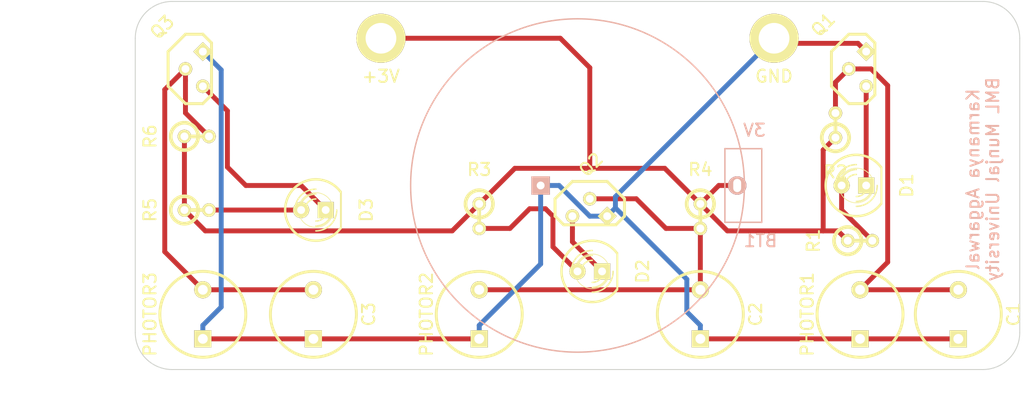
<source format=kicad_pcb>
(kicad_pcb (version 20171130) (host pcbnew "(5.1.12)-1")

  (general
    (thickness 1.6)
    (drawings 13)
    (tracks 93)
    (zones 0)
    (modules 21)
    (nets 12)
  )

  (page A3)
  (layers
    (0 F.Cu signal)
    (31 B.Cu signal)
    (32 B.Adhes user)
    (33 F.Adhes user)
    (34 B.Paste user)
    (35 F.Paste user)
    (36 B.SilkS user)
    (37 F.SilkS user)
    (38 B.Mask user)
    (39 F.Mask user)
    (40 Dwgs.User user)
    (41 Cmts.User user)
    (42 Eco1.User user)
    (43 Eco2.User user)
    (44 Edge.Cuts user)
  )

  (setup
    (last_trace_width 0.254)
    (trace_clearance 0.254)
    (zone_clearance 0.635)
    (zone_45_only yes)
    (trace_min 0.254)
    (via_size 0.889)
    (via_drill 0.635)
    (via_min_size 0.889)
    (via_min_drill 0.508)
    (uvia_size 0.508)
    (uvia_drill 0.127)
    (uvias_allowed no)
    (uvia_min_size 0.508)
    (uvia_min_drill 0.127)
    (edge_width 0.1)
    (segment_width 0.2)
    (pcb_text_width 0.3)
    (pcb_text_size 1.5 1.5)
    (mod_edge_width 0.15)
    (mod_text_size 1.27 1.27)
    (mod_text_width 0.2032)
    (pad_size 5.08 5.08)
    (pad_drill 3.175)
    (pad_to_mask_clearance 0)
    (aux_axis_origin 0 0)
    (visible_elements 7FFFFFFF)
    (pcbplotparams
      (layerselection 0x010f0_80000001)
      (usegerberextensions true)
      (usegerberattributes true)
      (usegerberadvancedattributes true)
      (creategerberjobfile true)
      (excludeedgelayer false)
      (linewidth 0.150000)
      (plotframeref false)
      (viasonmask false)
      (mode 1)
      (useauxorigin false)
      (hpglpennumber 1)
      (hpglpenspeed 20)
      (hpglpendiameter 15.000000)
      (psnegative false)
      (psa4output false)
      (plotreference true)
      (plotvalue true)
      (plotinvisibletext false)
      (padsonsilk false)
      (subtractmaskfromsilk true)
      (outputformat 1)
      (mirror false)
      (drillshape 0)
      (scaleselection 1)
      (outputdirectory "gerber/"))
  )

  (net 0 "")
  (net 1 3V)
  (net 2 GND)
  (net 3 "Net-(C1-Pad1)")
  (net 4 "Net-(C2-Pad1)")
  (net 5 "Net-(C3-Pad1)")
  (net 6 "Net-(D1-Pad1)")
  (net 7 "Net-(D1-Pad2)")
  (net 8 "Net-(D2-Pad1)")
  (net 9 "Net-(D2-Pad2)")
  (net 10 "Net-(D3-Pad1)")
  (net 11 "Net-(D3-Pad2)")

  (net_class Default "This is the default net class."
    (clearance 0.254)
    (trace_width 0.254)
    (via_dia 0.889)
    (via_drill 0.635)
    (uvia_dia 0.508)
    (uvia_drill 0.127)
    (add_net "Net-(C1-Pad1)")
    (add_net "Net-(C2-Pad1)")
    (add_net "Net-(C3-Pad1)")
    (add_net "Net-(D1-Pad1)")
    (add_net "Net-(D1-Pad2)")
    (add_net "Net-(D2-Pad1)")
    (add_net "Net-(D2-Pad2)")
    (add_net "Net-(D3-Pad1)")
    (add_net "Net-(D3-Pad2)")
  )

  (net_class 0.02 ""
    (clearance 0.254)
    (trace_width 0.508)
    (via_dia 0.889)
    (via_drill 0.635)
    (uvia_dia 0.508)
    (uvia_drill 0.127)
    (add_net 3V)
    (add_net GND)
  )

  (module BML-Badges:BS-7-CR2032-2 (layer B.Cu) (tedit 55D6D3B3) (tstamp 55D60107)
    (at 217.17 185.42)
    (path /55D5B338)
    (fp_text reference BT1 (at 18.923 5.715) (layer B.SilkS)
      (effects (font (size 1.27 1.27) (thickness 0.2032)) (justify mirror))
    )
    (fp_text value 3V (at 18.288 -5.715) (layer B.SilkS)
      (effects (font (size 1.27 1.27) (thickness 0.2032)) (justify mirror))
    )
    (fp_circle (center 0 0) (end 12.2 -12.2) (layer B.SilkS) (width 0.15))
    (fp_line (start 15.24 3.81) (end 16.51 3.81) (layer B.SilkS) (width 0.15))
    (fp_line (start 15.24 -3.81) (end 15.24 3.81) (layer B.SilkS) (width 0.15))
    (fp_line (start 19.05 -3.81) (end 15.24 -3.81) (layer B.SilkS) (width 0.15))
    (fp_line (start 19.05 3.81) (end 19.05 -3.81) (layer B.SilkS) (width 0.15))
    (fp_line (start 16.51 3.81) (end 19.05 3.81) (layer B.SilkS) (width 0.15))
    (pad 2 thru_hole rect (at -3.81 0) (size 1.905 1.905) (drill 0.8128) (layers *.Cu *.Mask B.SilkS)
      (net 2 GND))
    (pad 1 thru_hole circle (at 16.51 0) (size 1.905 1.905) (drill oval 0.8128 1.3716) (layers *.Cu *.Mask B.SilkS)
      (net 1 3V))
    (model /home/anool/Desktop/BML-Badges-master/BML-Badges/3d_models/CR2032.wrl
      (at (xyz 0 0 0))
      (scale (xyz 0.6 0.6 0.6))
      (rotate (xyz 0 0 0))
    )
  )

  (module BML-Badges:LDR (layer F.Cu) (tedit 55D6E1F1) (tstamp 55D600DF)
    (at 207.01 198.755 270)
    (descr "Condensateur polarise")
    (tags CP)
    (path /55D5B7E8)
    (fp_text reference PHOTOR2 (at 0 5.461 270) (layer F.SilkS)
      (effects (font (size 1.27 1.27) (thickness 0.2032)))
    )
    (fp_text value PHOTOR (at 0 -2.54 270) (layer F.SilkS) hide
      (effects (font (size 1.27 1.27) (thickness 0.2032)))
    )
    (fp_circle (center 0 0) (end -4.445 0) (layer F.SilkS) (width 0.3048))
    (pad 1 thru_hole circle (at -2.54 0 270) (size 1.778 1.778) (drill 1.016) (layers *.Cu *.Mask F.SilkS)
      (net 4 "Net-(C2-Pad1)"))
    (pad 2 thru_hole rect (at 2.54 0 270) (size 1.778 1.778) (drill 1.016) (layers *.Cu *.Mask F.SilkS)
      (net 2 GND))
    (model /home/anool/Desktop/BML-Badges-master/BML-Badges/3d_models/LDR.wrl
      (offset (xyz 10.15999984741211 -6.349999904632568 2.539999961853027))
      (scale (xyz 0.7 0.7 0.3))
      (rotate (xyz 0 0 0))
    )
  )

  (module BML-Badges:LDR (layer F.Cu) (tedit 55D6E1F1) (tstamp 55D600E6)
    (at 178.435 198.755 270)
    (descr "Condensateur polarise")
    (tags CP)
    (path /55D5B709)
    (fp_text reference PHOTOR3 (at 0 5.461 270) (layer F.SilkS)
      (effects (font (size 1.27 1.27) (thickness 0.2032)))
    )
    (fp_text value PHOTOR (at 0 -2.54 270) (layer F.SilkS) hide
      (effects (font (size 1.27 1.27) (thickness 0.2032)))
    )
    (fp_circle (center 0 0) (end -4.445 0) (layer F.SilkS) (width 0.3048))
    (pad 1 thru_hole circle (at -2.54 0 270) (size 1.778 1.778) (drill 1.016) (layers *.Cu *.Mask F.SilkS)
      (net 5 "Net-(C3-Pad1)"))
    (pad 2 thru_hole rect (at 2.54 0 270) (size 1.778 1.778) (drill 1.016) (layers *.Cu *.Mask F.SilkS)
      (net 2 GND))
    (model /home/anool/Desktop/BML-Badges-master/BML-Badges/3d_models/LDR.wrl
      (offset (xyz 10.15999984741211 -6.349999904632568 2.539999961853027))
      (scale (xyz 0.7 0.7 0.3))
      (rotate (xyz 0 0 0))
    )
  )

  (module BML-Badges:LDR (layer F.Cu) (tedit 55D6E1F1) (tstamp 55D600F4)
    (at 246.38 198.755 270)
    (descr "Condensateur polarise")
    (tags CP)
    (path /55D5B819)
    (fp_text reference PHOTOR1 (at 0 5.461 270) (layer F.SilkS)
      (effects (font (size 1.27 1.27) (thickness 0.2032)))
    )
    (fp_text value PHOTOR (at 0 -2.54 270) (layer F.SilkS) hide
      (effects (font (size 1.27 1.27) (thickness 0.2032)))
    )
    (fp_circle (center 0 0) (end -4.445 0) (layer F.SilkS) (width 0.3048))
    (pad 1 thru_hole circle (at -2.54 0 270) (size 1.778 1.778) (drill 1.016) (layers *.Cu *.Mask F.SilkS)
      (net 3 "Net-(C1-Pad1)"))
    (pad 2 thru_hole rect (at 2.54 0 270) (size 1.778 1.778) (drill 1.016) (layers *.Cu *.Mask F.SilkS)
      (net 2 GND))
    (model /home/anool/Desktop/BML-Badges-master/BML-Badges/3d_models/LDR.wrl
      (offset (xyz 10.15999984741211 -6.349999904632568 2.539999961853027))
      (scale (xyz 0.7 0.7 0.3))
      (rotate (xyz 0 0 0))
    )
  )

  (module BML-Badges:1pin (layer F.Cu) (tedit 55D6CEB3) (tstamp 55D779BD)
    (at 196.85 170.18)
    (descr "module 1 pin (ou trou mecanique de percage)")
    (tags DEV)
    (path /55D6EE92)
    (fp_text reference P1 (at 0 -3.048) (layer F.SilkS) hide
      (effects (font (size 1.27 1.27) (thickness 0.2032)))
    )
    (fp_text value +3V (at 0 2.794) (layer F.SilkS) hide
      (effects (font (size 1.27 1.27) (thickness 0.2032)))
    )
    (fp_circle (center 0 0) (end 0 -2.286) (layer F.SilkS) (width 0.15))
    (pad 1 thru_hole circle (at 0 0) (size 5.08 5.08) (drill 3.175) (layers *.Cu *.Mask F.SilkS)
      (net 1 3V))
  )

  (module BML-Badges:1pin (layer F.Cu) (tedit 55D6CEB3) (tstamp 55D779C3)
    (at 237.49 170.18)
    (descr "module 1 pin (ou trou mecanique de percage)")
    (tags DEV)
    (path /55D6F15A)
    (fp_text reference P2 (at 0 -3.048) (layer F.SilkS) hide
      (effects (font (size 1.27 1.27) (thickness 0.2032)))
    )
    (fp_text value GND (at 0 2.794) (layer F.SilkS) hide
      (effects (font (size 1.27 1.27) (thickness 0.2032)))
    )
    (fp_circle (center 0 0) (end 0 -2.286) (layer F.SilkS) (width 0.15))
    (pad 1 thru_hole circle (at 0 0) (size 5.08 5.08) (drill 3.175) (layers *.Cu *.Mask F.SilkS)
      (net 2 GND))
  )

  (module BML-Badges:C2V8 (layer F.Cu) (tedit 55D6E1E6) (tstamp 55D600D8)
    (at 229.87 198.755 270)
    (descr "Condensateur polarise")
    (tags CP)
    (path /55D5B7DD)
    (fp_text reference C2 (at 0 -5.715 270) (layer F.SilkS)
      (effects (font (size 1.27 1.27) (thickness 0.2032)))
    )
    (fp_text value 22uF (at 0 -2.54 270) (layer F.SilkS) hide
      (effects (font (size 1.27 1.27) (thickness 0.2032)))
    )
    (fp_circle (center 0 0) (end -4.445 0) (layer F.SilkS) (width 0.3048))
    (pad 1 thru_hole circle (at -2.54 0 270) (size 1.778 1.778) (drill 1.016) (layers *.Cu *.Mask F.SilkS)
      (net 4 "Net-(C2-Pad1)"))
    (pad 2 thru_hole rect (at 2.54 0 270) (size 1.778 1.778) (drill 1.016) (layers *.Cu *.Mask F.SilkS)
      (net 2 GND))
    (model Capacitors_ThroughHole.3dshapes/C_Radial_D7.5_L11.2_P2.5.wrl
      (at (xyz 0 0 0))
      (scale (xyz 1 1 1))
      (rotate (xyz 0 0 0))
    )
  )

  (module BML-Badges:C2V8 (layer F.Cu) (tedit 55D6E1E6) (tstamp 55D600ED)
    (at 256.54 198.755 270)
    (descr "Condensateur polarise")
    (tags CP)
    (path /55D5B80E)
    (fp_text reference C1 (at 0 -5.715 270) (layer F.SilkS)
      (effects (font (size 1.27 1.27) (thickness 0.2032)))
    )
    (fp_text value 22uF (at 0 -2.54 270) (layer F.SilkS) hide
      (effects (font (size 1.27 1.27) (thickness 0.2032)))
    )
    (fp_circle (center 0 0) (end -4.445 0) (layer F.SilkS) (width 0.3048))
    (pad 1 thru_hole circle (at -2.54 0 270) (size 1.778 1.778) (drill 1.016) (layers *.Cu *.Mask F.SilkS)
      (net 3 "Net-(C1-Pad1)"))
    (pad 2 thru_hole rect (at 2.54 0 270) (size 1.778 1.778) (drill 1.016) (layers *.Cu *.Mask F.SilkS)
      (net 2 GND))
    (model Capacitors_ThroughHole.3dshapes/C_Radial_D7.5_L11.2_P2.5.wrl
      (at (xyz 0 0 0))
      (scale (xyz 1 1 1))
      (rotate (xyz 0 0 0))
    )
  )

  (module BML-Badges:C2V8 (layer F.Cu) (tedit 55D6E1E6) (tstamp 55D600FB)
    (at 189.865 198.755 270)
    (descr "Condensateur polarise")
    (tags CP)
    (path /55D5B141)
    (fp_text reference C3 (at 0 -5.715 270) (layer F.SilkS)
      (effects (font (size 1.27 1.27) (thickness 0.2032)))
    )
    (fp_text value 22uF (at 0 -2.54 270) (layer F.SilkS) hide
      (effects (font (size 1.27 1.27) (thickness 0.2032)))
    )
    (fp_circle (center 0 0) (end -4.445 0) (layer F.SilkS) (width 0.3048))
    (pad 1 thru_hole circle (at -2.54 0 270) (size 1.778 1.778) (drill 1.016) (layers *.Cu *.Mask F.SilkS)
      (net 5 "Net-(C3-Pad1)"))
    (pad 2 thru_hole rect (at 2.54 0 270) (size 1.778 1.778) (drill 1.016) (layers *.Cu *.Mask F.SilkS)
      (net 2 GND))
    (model Capacitors_ThroughHole.3dshapes/C_Radial_D7.5_L11.2_P2.5.wrl
      (at (xyz 0 0 0))
      (scale (xyz 1 1 1))
      (rotate (xyz 0 0 0))
    )
  )

  (module BML-Badges:LED-5MM (layer F.Cu) (tedit 55D6D34D) (tstamp 55D600B3)
    (at 218.44 194.31)
    (descr "LED 5mm - Lead pitch 100mil (2,54mm)")
    (tags "LED led 5mm 5MM 100mil 2,54mm")
    (path /55D5B7CB)
    (fp_text reference D2 (at 5.461 0 90) (layer F.SilkS)
      (effects (font (size 1.27 1.27) (thickness 0.2032)))
    )
    (fp_text value LED (at 0 3.81) (layer F.SilkS) hide
      (effects (font (size 1.27 1.27) (thickness 0.2032)))
    )
    (fp_circle (center 0.254 0) (end -1.016 1.27) (layer F.SilkS) (width 0.0762))
    (fp_line (start 2.8448 1.905) (end 2.8448 -1.905) (layer F.SilkS) (width 0.2032))
    (fp_arc (start 0.254 0) (end 2.794 1.905) (angle 286.2) (layer F.SilkS) (width 0.254))
    (fp_arc (start 0.254 0) (end -0.889 0) (angle 90) (layer F.SilkS) (width 0.1524))
    (fp_arc (start 0.254 0) (end 1.397 0) (angle 90) (layer F.SilkS) (width 0.1524))
    (fp_arc (start 0.254 0) (end -1.397 0) (angle 90) (layer F.SilkS) (width 0.1524))
    (fp_arc (start 0.254 0) (end 1.905 0) (angle 90) (layer F.SilkS) (width 0.1524))
    (fp_arc (start 0.254 0) (end -1.905 0) (angle 90) (layer F.SilkS) (width 0.1524))
    (fp_arc (start 0.254 0) (end 2.413 0) (angle 90) (layer F.SilkS) (width 0.1524))
    (pad 1 thru_hole circle (at -1.27 0) (size 1.6764 1.6764) (drill 0.8128) (layers *.Cu *.Mask F.SilkS)
      (net 8 "Net-(D2-Pad1)"))
    (pad 2 thru_hole rect (at 1.27 0) (size 1.6764 1.6764) (drill 0.8128) (layers *.Cu *.Mask F.SilkS)
      (net 9 "Net-(D2-Pad2)"))
    (model /home/anool/projects-git/MAPone/kicad/MAPone_3D/led_5mm_blue.wrl
      (offset (xyz 0 0 2.539999961853027))
      (scale (xyz 1 1 1))
      (rotate (xyz 0 0 270))
    )
  )

  (module BML-Badges:LED-5MM (layer F.Cu) (tedit 55D6D34D) (tstamp 55D600C2)
    (at 245.745 185.42)
    (descr "LED 5mm - Lead pitch 100mil (2,54mm)")
    (tags "LED led 5mm 5MM 100mil 2,54mm")
    (path /55D5B7FC)
    (fp_text reference D1 (at 5.461 0 90) (layer F.SilkS)
      (effects (font (size 1.27 1.27) (thickness 0.2032)))
    )
    (fp_text value LED (at 0 3.81) (layer F.SilkS) hide
      (effects (font (size 1.27 1.27) (thickness 0.2032)))
    )
    (fp_circle (center 0.254 0) (end -1.016 1.27) (layer F.SilkS) (width 0.0762))
    (fp_line (start 2.8448 1.905) (end 2.8448 -1.905) (layer F.SilkS) (width 0.2032))
    (fp_arc (start 0.254 0) (end 2.794 1.905) (angle 286.2) (layer F.SilkS) (width 0.254))
    (fp_arc (start 0.254 0) (end -0.889 0) (angle 90) (layer F.SilkS) (width 0.1524))
    (fp_arc (start 0.254 0) (end 1.397 0) (angle 90) (layer F.SilkS) (width 0.1524))
    (fp_arc (start 0.254 0) (end -1.397 0) (angle 90) (layer F.SilkS) (width 0.1524))
    (fp_arc (start 0.254 0) (end 1.905 0) (angle 90) (layer F.SilkS) (width 0.1524))
    (fp_arc (start 0.254 0) (end -1.905 0) (angle 90) (layer F.SilkS) (width 0.1524))
    (fp_arc (start 0.254 0) (end 2.413 0) (angle 90) (layer F.SilkS) (width 0.1524))
    (pad 1 thru_hole circle (at -1.27 0) (size 1.6764 1.6764) (drill 0.8128) (layers *.Cu *.Mask F.SilkS)
      (net 6 "Net-(D1-Pad1)"))
    (pad 2 thru_hole rect (at 1.27 0) (size 1.6764 1.6764) (drill 0.8128) (layers *.Cu *.Mask F.SilkS)
      (net 7 "Net-(D1-Pad2)"))
    (model /home/anool/projects-git/MAPone/kicad/MAPone_3D/led_5mm_blue.wrl
      (offset (xyz 0 0 2.539999961853027))
      (scale (xyz 1 1 1))
      (rotate (xyz 0 0 270))
    )
  )

  (module BML-Badges:LED-5MM (layer F.Cu) (tedit 55D6D34D) (tstamp 55D600D1)
    (at 189.865 187.96)
    (descr "LED 5mm - Lead pitch 100mil (2,54mm)")
    (tags "LED led 5mm 5MM 100mil 2,54mm")
    (path /55D5B114)
    (fp_text reference D3 (at 5.461 0 90) (layer F.SilkS)
      (effects (font (size 1.27 1.27) (thickness 0.2032)))
    )
    (fp_text value LED (at 0 3.81) (layer F.SilkS) hide
      (effects (font (size 1.27 1.27) (thickness 0.2032)))
    )
    (fp_circle (center 0.254 0) (end -1.016 1.27) (layer F.SilkS) (width 0.0762))
    (fp_line (start 2.8448 1.905) (end 2.8448 -1.905) (layer F.SilkS) (width 0.2032))
    (fp_arc (start 0.254 0) (end 2.794 1.905) (angle 286.2) (layer F.SilkS) (width 0.254))
    (fp_arc (start 0.254 0) (end -0.889 0) (angle 90) (layer F.SilkS) (width 0.1524))
    (fp_arc (start 0.254 0) (end 1.397 0) (angle 90) (layer F.SilkS) (width 0.1524))
    (fp_arc (start 0.254 0) (end -1.397 0) (angle 90) (layer F.SilkS) (width 0.1524))
    (fp_arc (start 0.254 0) (end 1.905 0) (angle 90) (layer F.SilkS) (width 0.1524))
    (fp_arc (start 0.254 0) (end -1.905 0) (angle 90) (layer F.SilkS) (width 0.1524))
    (fp_arc (start 0.254 0) (end 2.413 0) (angle 90) (layer F.SilkS) (width 0.1524))
    (pad 1 thru_hole circle (at -1.27 0) (size 1.6764 1.6764) (drill 0.8128) (layers *.Cu *.Mask F.SilkS)
      (net 10 "Net-(D3-Pad1)"))
    (pad 2 thru_hole rect (at 1.27 0) (size 1.6764 1.6764) (drill 0.8128) (layers *.Cu *.Mask F.SilkS)
      (net 11 "Net-(D3-Pad2)"))
    (model /home/anool/projects-git/MAPone/kicad/MAPone_3D/led_5mm_blue.wrl
      (offset (xyz 0 0 2.539999961853027))
      (scale (xyz 1 1 1))
      (rotate (xyz 0 0 270))
    )
  )

  (module BML-Badges:TO92-EBC-num (layer F.Cu) (tedit 55D6CE0E) (tstamp 55D60074)
    (at 178.435 173.355 45)
    (descr "Transistor TO92 brochage type BC237")
    (tags "TR TO92")
    (path /55D5E943)
    (fp_text reference Q3 (at 0.089803 -6.016772 225) (layer F.SilkS)
      (effects (font (size 1.27 1.27) (thickness 0.2032)))
    )
    (fp_text value PN2222A (at -0.508 -3.175 45) (layer F.SilkS) hide
      (effects (font (size 1.27 1.27) (thickness 0.2032)))
    )
    (fp_line (start -2.54 2.54) (end -1.27 2.54) (layer F.SilkS) (width 0.3048))
    (fp_line (start -3.81 1.27) (end -2.54 2.54) (layer F.SilkS) (width 0.3048))
    (fp_line (start -3.81 -1.27) (end -3.81 1.27) (layer F.SilkS) (width 0.3048))
    (fp_line (start -1.27 -3.81) (end -3.81 -1.27) (layer F.SilkS) (width 0.3048))
    (fp_line (start 1.27 -3.81) (end -1.27 -3.81) (layer F.SilkS) (width 0.3048))
    (fp_line (start 2.54 -2.54) (end 1.27 -3.81) (layer F.SilkS) (width 0.3048))
    (fp_line (start 2.54 -1.27) (end 2.54 -2.54) (layer F.SilkS) (width 0.3048))
    (fp_line (start -1.27 2.54) (end 2.54 -1.27) (layer F.SilkS) (width 0.3048))
    (pad 1 thru_hole rect (at 1.27 -1.27 45) (size 1.397 1.397) (drill 0.8128) (layers *.Cu *.Mask F.SilkS)
      (net 2 GND))
    (pad 2 thru_hole circle (at -1.27 -1.27 45) (size 1.397 1.397) (drill 0.8128) (layers *.Cu *.Mask F.SilkS)
      (net 5 "Net-(C3-Pad1)"))
    (pad 3 thru_hole circle (at -1.27 1.27 45) (size 1.397 1.397) (drill 0.8128) (layers *.Cu *.Mask F.SilkS)
      (net 11 "Net-(D3-Pad2)"))
    (model "/home/anool/projects-git/TiNA/KiCAD/3D Modules/to92_3.wrl"
      (at (xyz 0 0 0))
      (scale (xyz 1 1 1))
      (rotate (xyz 0 0 -45))
    )
  )

  (module BML-Badges:TO92-EBC-num (layer F.Cu) (tedit 55D6E7A3) (tstamp 55D60065)
    (at 218.44 188.595 315)
    (descr "Transistor TO92 brochage type BC237")
    (tags "TR TO92")
    (path /55D6A272)
    (fp_text reference Q2 (at -3.681905 -3.86151 225) (layer F.SilkS)
      (effects (font (size 1.27 1.27) (thickness 0.2032)))
    )
    (fp_text value PN2222A (at -0.508 -3.175 315) (layer F.SilkS) hide
      (effects (font (size 1.27 1.27) (thickness 0.2032)))
    )
    (fp_line (start -2.54 2.54) (end -1.27 2.54) (layer F.SilkS) (width 0.3048))
    (fp_line (start -3.81 1.27) (end -2.54 2.54) (layer F.SilkS) (width 0.3048))
    (fp_line (start -3.81 -1.27) (end -3.81 1.27) (layer F.SilkS) (width 0.3048))
    (fp_line (start -1.27 -3.81) (end -3.81 -1.27) (layer F.SilkS) (width 0.3048))
    (fp_line (start 1.27 -3.81) (end -1.27 -3.81) (layer F.SilkS) (width 0.3048))
    (fp_line (start 2.54 -2.54) (end 1.27 -3.81) (layer F.SilkS) (width 0.3048))
    (fp_line (start 2.54 -1.27) (end 2.54 -2.54) (layer F.SilkS) (width 0.3048))
    (fp_line (start -1.27 2.54) (end 2.54 -1.27) (layer F.SilkS) (width 0.3048))
    (pad 1 thru_hole rect (at 1.27 -1.27 315) (size 1.397 1.397) (drill 0.8128) (layers *.Cu *.Mask F.SilkS)
      (net 2 GND))
    (pad 2 thru_hole circle (at -1.27 -1.27 315) (size 1.397 1.397) (drill 0.8128) (layers *.Cu *.Mask F.SilkS)
      (net 4 "Net-(C2-Pad1)"))
    (pad 3 thru_hole circle (at -1.27 1.27 315) (size 1.397 1.397) (drill 0.8128) (layers *.Cu *.Mask F.SilkS)
      (net 9 "Net-(D2-Pad2)"))
    (model "/home/anool/projects-git/TiNA/KiCAD/3D Modules/to92_3.wrl"
      (at (xyz 0 0 0))
      (scale (xyz 1 1 1))
      (rotate (xyz 0 0 -45))
    )
  )

  (module BML-Badges:TO92-EBC-num (layer F.Cu) (tedit 55D6E798) (tstamp 55D60056)
    (at 247.015 173.355 45)
    (descr "Transistor TO92 brochage type BC237")
    (tags "TR TO92")
    (path /55D6A256)
    (fp_text reference Q1 (at 0.089803 -6.375982 225) (layer F.SilkS)
      (effects (font (size 1.27 1.27) (thickness 0.2032)))
    )
    (fp_text value PN2222A (at -0.508 -3.175 45) (layer F.SilkS) hide
      (effects (font (size 1.27 1.27) (thickness 0.2032)))
    )
    (fp_line (start -2.54 2.54) (end -1.27 2.54) (layer F.SilkS) (width 0.3048))
    (fp_line (start -3.81 1.27) (end -2.54 2.54) (layer F.SilkS) (width 0.3048))
    (fp_line (start -3.81 -1.27) (end -3.81 1.27) (layer F.SilkS) (width 0.3048))
    (fp_line (start -1.27 -3.81) (end -3.81 -1.27) (layer F.SilkS) (width 0.3048))
    (fp_line (start 1.27 -3.81) (end -1.27 -3.81) (layer F.SilkS) (width 0.3048))
    (fp_line (start 2.54 -2.54) (end 1.27 -3.81) (layer F.SilkS) (width 0.3048))
    (fp_line (start 2.54 -1.27) (end 2.54 -2.54) (layer F.SilkS) (width 0.3048))
    (fp_line (start -1.27 2.54) (end 2.54 -1.27) (layer F.SilkS) (width 0.3048))
    (pad 1 thru_hole rect (at 1.27 -1.27 45) (size 1.397 1.397) (drill 0.8128) (layers *.Cu *.Mask F.SilkS)
      (net 2 GND))
    (pad 2 thru_hole circle (at -1.27 -1.27 45) (size 1.397 1.397) (drill 0.8128) (layers *.Cu *.Mask F.SilkS)
      (net 3 "Net-(C1-Pad1)"))
    (pad 3 thru_hole circle (at -1.27 1.27 45) (size 1.397 1.397) (drill 0.8128) (layers *.Cu *.Mask F.SilkS)
      (net 7 "Net-(D1-Pad2)"))
    (model "/home/anool/projects-git/TiNA/KiCAD/3D Modules/to92_3.wrl"
      (at (xyz 0 0 0))
      (scale (xyz 1 1 1))
      (rotate (xyz 0 0 -45))
    )
  )

  (module BML-Badges:R1 (layer F.Cu) (tedit 55D6CDFB) (tstamp 55D600A4)
    (at 177.8 180.34)
    (descr "Resistance verticale")
    (tags R)
    (path /55D5B132)
    (autoplace_cost90 10)
    (autoplace_cost180 10)
    (fp_text reference R6 (at -4.826 0 90) (layer F.SilkS)
      (effects (font (size 1.27 1.27) (thickness 0.2032)))
    )
    (fp_text value 100k (at -1.143 2.54) (layer F.SilkS) hide
      (effects (font (size 1.27 1.27) (thickness 0.2032)))
    )
    (fp_circle (center -1.27 0) (end -0.635 1.27) (layer F.SilkS) (width 0.381))
    (fp_line (start -1.27 0) (end 1.27 0) (layer F.SilkS) (width 0.381))
    (pad 1 thru_hole circle (at -1.27 0) (size 1.397 1.397) (drill 0.8128) (layers *.Cu *.Mask F.SilkS)
      (net 1 3V))
    (pad 2 thru_hole circle (at 1.27 0) (size 1.397 1.397) (drill 0.8128) (layers *.Cu *.Mask F.SilkS)
      (net 5 "Net-(C3-Pad1)"))
    (model /home/anool/projects-git/clockthreejr/KiCAD/C3Jr_v2/C3Jr_v2_libs/C3Jr_v2_3D_Modules/rc03vert.wrl
      (at (xyz 0 0 0))
      (scale (xyz 1 1 1))
      (rotate (xyz 0 0 0))
    )
  )

  (module BML-Badges:R1 (layer F.Cu) (tedit 55D6CDFB) (tstamp 55D6009C)
    (at 207.01 188.595 270)
    (descr "Resistance verticale")
    (tags R)
    (path /55D5B7D1)
    (autoplace_cost90 10)
    (autoplace_cost180 10)
    (fp_text reference R3 (at -4.826 0) (layer F.SilkS)
      (effects (font (size 1.27 1.27) (thickness 0.2032)))
    )
    (fp_text value 330 (at -1.143 2.54 270) (layer F.SilkS) hide
      (effects (font (size 1.27 1.27) (thickness 0.2032)))
    )
    (fp_circle (center -1.27 0) (end -0.635 1.27) (layer F.SilkS) (width 0.381))
    (fp_line (start -1.27 0) (end 1.27 0) (layer F.SilkS) (width 0.381))
    (pad 1 thru_hole circle (at -1.27 0 270) (size 1.397 1.397) (drill 0.8128) (layers *.Cu *.Mask F.SilkS)
      (net 1 3V))
    (pad 2 thru_hole circle (at 1.27 0 270) (size 1.397 1.397) (drill 0.8128) (layers *.Cu *.Mask F.SilkS)
      (net 8 "Net-(D2-Pad1)"))
    (model /home/anool/projects-git/clockthreejr/KiCAD/C3Jr_v2/C3Jr_v2_libs/C3Jr_v2_3D_Modules/rc03vert.wrl
      (at (xyz 0 0 0))
      (scale (xyz 1 1 1))
      (rotate (xyz 0 0 0))
    )
  )

  (module BML-Badges:R1 (layer F.Cu) (tedit 55D6CDFB) (tstamp 55D60094)
    (at 229.87 188.595 270)
    (descr "Resistance verticale")
    (tags R)
    (path /55D5B7D7)
    (autoplace_cost90 10)
    (autoplace_cost180 10)
    (fp_text reference R4 (at -4.826 0) (layer F.SilkS)
      (effects (font (size 1.27 1.27) (thickness 0.2032)))
    )
    (fp_text value 100k (at -1.143 2.54 270) (layer F.SilkS) hide
      (effects (font (size 1.27 1.27) (thickness 0.2032)))
    )
    (fp_circle (center -1.27 0) (end -0.635 1.27) (layer F.SilkS) (width 0.381))
    (fp_line (start -1.27 0) (end 1.27 0) (layer F.SilkS) (width 0.381))
    (pad 1 thru_hole circle (at -1.27 0 270) (size 1.397 1.397) (drill 0.8128) (layers *.Cu *.Mask F.SilkS)
      (net 1 3V))
    (pad 2 thru_hole circle (at 1.27 0 270) (size 1.397 1.397) (drill 0.8128) (layers *.Cu *.Mask F.SilkS)
      (net 4 "Net-(C2-Pad1)"))
    (model /home/anool/projects-git/clockthreejr/KiCAD/C3Jr_v2/C3Jr_v2_libs/C3Jr_v2_3D_Modules/rc03vert.wrl
      (at (xyz 0 0 0))
      (scale (xyz 1 1 1))
      (rotate (xyz 0 0 0))
    )
  )

  (module BML-Badges:R1 (layer F.Cu) (tedit 55D6CDFB) (tstamp 55D6008C)
    (at 246.38 191.135)
    (descr "Resistance verticale")
    (tags R)
    (path /55D5B802)
    (autoplace_cost90 10)
    (autoplace_cost180 10)
    (fp_text reference R1 (at -4.826 0 90) (layer F.SilkS)
      (effects (font (size 1.27 1.27) (thickness 0.2032)))
    )
    (fp_text value 330 (at -1.143 2.54) (layer F.SilkS) hide
      (effects (font (size 1.27 1.27) (thickness 0.2032)))
    )
    (fp_circle (center -1.27 0) (end -0.635 1.27) (layer F.SilkS) (width 0.381))
    (fp_line (start -1.27 0) (end 1.27 0) (layer F.SilkS) (width 0.381))
    (pad 1 thru_hole circle (at -1.27 0) (size 1.397 1.397) (drill 0.8128) (layers *.Cu *.Mask F.SilkS)
      (net 1 3V))
    (pad 2 thru_hole circle (at 1.27 0) (size 1.397 1.397) (drill 0.8128) (layers *.Cu *.Mask F.SilkS)
      (net 6 "Net-(D1-Pad1)"))
    (model /home/anool/projects-git/clockthreejr/KiCAD/C3Jr_v2/C3Jr_v2_libs/C3Jr_v2_3D_Modules/rc03vert.wrl
      (at (xyz 0 0 0))
      (scale (xyz 1 1 1))
      (rotate (xyz 0 0 0))
    )
  )

  (module BML-Badges:R1 (layer F.Cu) (tedit 55D6CDFB) (tstamp 55D60084)
    (at 243.84 179.197 90)
    (descr "Resistance verticale")
    (tags R)
    (path /55D5B808)
    (autoplace_cost90 10)
    (autoplace_cost180 10)
    (fp_text reference R2 (at -4.826 0 180) (layer F.SilkS)
      (effects (font (size 1.27 1.27) (thickness 0.2032)))
    )
    (fp_text value 100k (at -1.143 2.54 90) (layer F.SilkS) hide
      (effects (font (size 1.27 1.27) (thickness 0.2032)))
    )
    (fp_circle (center -1.27 0) (end -0.635 1.27) (layer F.SilkS) (width 0.381))
    (fp_line (start -1.27 0) (end 1.27 0) (layer F.SilkS) (width 0.381))
    (pad 1 thru_hole circle (at -1.27 0 90) (size 1.397 1.397) (drill 0.8128) (layers *.Cu *.Mask F.SilkS)
      (net 1 3V))
    (pad 2 thru_hole circle (at 1.27 0 90) (size 1.397 1.397) (drill 0.8128) (layers *.Cu *.Mask F.SilkS)
      (net 3 "Net-(C1-Pad1)"))
    (model /home/anool/projects-git/clockthreejr/KiCAD/C3Jr_v2/C3Jr_v2_libs/C3Jr_v2_3D_Modules/rc03vert.wrl
      (at (xyz 0 0 0))
      (scale (xyz 1 1 1))
      (rotate (xyz 0 0 0))
    )
  )

  (module BML-Badges:R1 (layer F.Cu) (tedit 55D6CDFB) (tstamp 55D6007C)
    (at 177.8 187.96)
    (descr "Resistance verticale")
    (tags R)
    (path /55D5B123)
    (autoplace_cost90 10)
    (autoplace_cost180 10)
    (fp_text reference R5 (at -4.826 0 90) (layer F.SilkS)
      (effects (font (size 1.27 1.27) (thickness 0.2032)))
    )
    (fp_text value 330 (at -1.143 2.54) (layer F.SilkS) hide
      (effects (font (size 1.27 1.27) (thickness 0.2032)))
    )
    (fp_circle (center -1.27 0) (end -0.635 1.27) (layer F.SilkS) (width 0.381))
    (fp_line (start -1.27 0) (end 1.27 0) (layer F.SilkS) (width 0.381))
    (pad 1 thru_hole circle (at -1.27 0) (size 1.397 1.397) (drill 0.8128) (layers *.Cu *.Mask F.SilkS)
      (net 1 3V))
    (pad 2 thru_hole circle (at 1.27 0) (size 1.397 1.397) (drill 0.8128) (layers *.Cu *.Mask F.SilkS)
      (net 10 "Net-(D3-Pad1)"))
    (model /home/anool/projects-git/clockthreejr/KiCAD/C3Jr_v2/C3Jr_v2_libs/C3Jr_v2_3D_Modules/rc03vert.wrl
      (at (xyz 0 0 0))
      (scale (xyz 1 1 1))
      (rotate (xyz 0 0 0))
    )
  )

  (dimension 91.44 (width 0.3) (layer Dwgs.User)
    (gr_text "3.6000 in" (at 217.17 209.629999) (layer Dwgs.User)
      (effects (font (size 1.5 1.5) (thickness 0.3)))
    )
    (feature1 (pts (xy 262.89 205.74) (xy 262.89 210.979999)))
    (feature2 (pts (xy 171.45 205.74) (xy 171.45 210.979999)))
    (crossbar (pts (xy 171.45 208.279999) (xy 262.89 208.279999)))
    (arrow1a (pts (xy 262.89 208.279999) (xy 261.763496 208.86642)))
    (arrow1b (pts (xy 262.89 208.279999) (xy 261.763496 207.693578)))
    (arrow2a (pts (xy 171.45 208.279999) (xy 172.576504 208.86642)))
    (arrow2b (pts (xy 171.45 208.279999) (xy 172.576504 207.693578)))
  )
  (dimension 38.1 (width 0.3) (layer Dwgs.User)
    (gr_text "1.5000 in" (at 163.750001 185.42 270) (layer Dwgs.User)
      (effects (font (size 1.5 1.5) (thickness 0.3)))
    )
    (feature1 (pts (xy 170.18 204.47) (xy 162.400001 204.47)))
    (feature2 (pts (xy 170.18 166.37) (xy 162.400001 166.37)))
    (crossbar (pts (xy 165.100001 166.37) (xy 165.100001 204.47)))
    (arrow1a (pts (xy 165.100001 204.47) (xy 164.51358 203.343496)))
    (arrow1b (pts (xy 165.100001 204.47) (xy 165.686422 203.343496)))
    (arrow2a (pts (xy 165.100001 166.37) (xy 164.51358 167.496504)))
    (arrow2b (pts (xy 165.100001 166.37) (xy 165.686422 167.496504)))
  )
  (gr_text GND (at 237.49 174.117) (layer F.SilkS)
    (effects (font (size 1.27 1.27) (thickness 0.2032)))
  )
  (gr_text +3V (at 196.85 174.117) (layer F.SilkS)
    (effects (font (size 1.27 1.27) (thickness 0.2032)))
  )
  (gr_text "Karmanya Aggarwal\nBML Munjal University" (at 259.08 184.785 90) (layer B.SilkS)
    (effects (font (size 1.27 1.27) (thickness 0.2032)) (justify mirror))
  )
  (gr_line (start 262.89 170.18) (end 262.89 200.66) (angle 90) (layer Edge.Cuts) (width 0.1))
  (gr_line (start 175.26 166.37) (end 259.08 166.37) (angle 90) (layer Edge.Cuts) (width 0.1))
  (gr_line (start 171.45 200.66) (end 171.45 170.18) (angle 90) (layer Edge.Cuts) (width 0.1))
  (gr_line (start 259.08 204.47) (end 175.26 204.47) (angle 90) (layer Edge.Cuts) (width 0.1))
  (gr_arc (start 259.08 200.66) (end 262.89 200.66) (angle 90) (layer Edge.Cuts) (width 0.1))
  (gr_arc (start 175.26 170.18) (end 171.45 170.18) (angle 90) (layer Edge.Cuts) (width 0.1))
  (gr_arc (start 259.08 170.18) (end 259.08 166.37) (angle 90) (layer Edge.Cuts) (width 0.1))
  (gr_arc (start 175.26 200.66) (end 175.26 204.47) (angle 90) (layer Edge.Cuts) (width 0.1))

  (segment (start 176.53 180.34) (end 176.53 187.96) (width 0.508) (layer F.Cu) (net 1))
  (segment (start 218.44 183.642) (end 226.187 183.642) (width 0.508) (layer F.Cu) (net 1))
  (segment (start 226.187 183.642) (end 229.87 187.325) (width 0.508) (layer F.Cu) (net 1))
  (segment (start 218.44 183.642) (end 210.693 183.642) (width 0.508) (layer F.Cu) (net 1))
  (segment (start 210.693 183.642) (end 207.01 187.325) (width 0.508) (layer F.Cu) (net 1))
  (segment (start 218.44 183.642) (end 218.44 173.228) (width 0.508) (layer F.Cu) (net 1))
  (segment (start 218.44 173.228) (end 215.392 170.18) (width 0.508) (layer F.Cu) (net 1))
  (segment (start 215.392 170.18) (end 196.85 170.18) (width 0.508) (layer F.Cu) (net 1))
  (segment (start 176.53 187.96) (end 178.689 190.119) (width 0.508) (layer F.Cu) (net 1))
  (segment (start 178.689 190.119) (end 204.216 190.119) (width 0.508) (layer F.Cu) (net 1))
  (segment (start 204.216 190.119) (end 207.01 187.325) (width 0.508) (layer F.Cu) (net 1))
  (segment (start 242.57 190.119) (end 244.094 190.119) (width 0.508) (layer F.Cu) (net 1))
  (segment (start 244.094 190.119) (end 245.11 191.135) (width 0.508) (layer F.Cu) (net 1))
  (segment (start 243.84 180.467) (end 242.57 181.737) (width 0.508) (layer F.Cu) (net 1))
  (segment (start 242.57 181.737) (end 242.57 190.119) (width 0.508) (layer F.Cu) (net 1))
  (segment (start 242.57 190.119) (end 232.664 190.119) (width 0.508) (layer F.Cu) (net 1))
  (segment (start 232.664 190.119) (end 229.87 187.325) (width 0.508) (layer F.Cu) (net 1))
  (segment (start 233.68 185.42) (end 231.775 185.42) (width 0.508) (layer F.Cu) (net 1))
  (segment (start 231.775 185.42) (end 229.87 187.325) (width 0.508) (layer F.Cu) (net 1))
  (segment (start 207.01 201.295) (end 207.01 199.8979) (width 0.508) (layer B.Cu) (net 2))
  (segment (start 207.01 199.8979) (end 213.36 193.5479) (width 0.508) (layer B.Cu) (net 2))
  (segment (start 213.36 193.5479) (end 213.36 185.42) (width 0.508) (layer B.Cu) (net 2))
  (segment (start 189.865 201.295) (end 207.01 201.295) (width 0.508) (layer F.Cu) (net 2))
  (segment (start 178.435 201.295) (end 189.865 201.295) (width 0.508) (layer F.Cu) (net 2))
  (segment (start 229.87 201.295) (end 229.87 199.8979) (width 0.508) (layer B.Cu) (net 2))
  (segment (start 229.87 199.8979) (end 228.4729 198.5008) (width 0.508) (layer B.Cu) (net 2))
  (segment (start 228.4729 198.5008) (end 228.4729 195.1254) (width 0.508) (layer B.Cu) (net 2))
  (segment (start 228.4729 195.1254) (end 221.0893 187.7418) (width 0.508) (layer B.Cu) (net 2))
  (segment (start 229.87 201.295) (end 246.38 201.295) (width 0.508) (layer F.Cu) (net 2))
  (segment (start 256.54 201.295) (end 246.38 201.295) (width 0.508) (layer F.Cu) (net 2))
  (segment (start 220.2361 188.595) (end 221.0893 187.7418) (width 0.508) (layer B.Cu) (net 2))
  (segment (start 237.49 170.18) (end 221.0893 186.5807) (width 0.508) (layer B.Cu) (net 2))
  (segment (start 221.0893 186.5807) (end 221.0893 187.7418) (width 0.508) (layer B.Cu) (net 2))
  (segment (start 178.435 201.295) (end 178.435 199.8979) (width 0.508) (layer B.Cu) (net 2))
  (segment (start 178.435 171.5589) (end 180.3339 173.4578) (width 0.508) (layer B.Cu) (net 2))
  (segment (start 180.3339 173.4578) (end 180.3339 197.999) (width 0.508) (layer B.Cu) (net 2))
  (segment (start 180.3339 197.999) (end 178.435 199.8979) (width 0.508) (layer B.Cu) (net 2))
  (segment (start 220.2361 188.595) (end 218.44 188.595) (width 0.508) (layer B.Cu) (net 2))
  (segment (start 218.44 188.595) (end 215.265 185.42) (width 0.508) (layer B.Cu) (net 2))
  (segment (start 215.265 185.42) (end 213.36 185.42) (width 0.508) (layer B.Cu) (net 2))
  (segment (start 247.015 171.5589) (end 246.1618 170.7057) (width 0.508) (layer F.Cu) (net 2))
  (segment (start 246.1618 170.7057) (end 246.1618 170.7056) (width 0.508) (layer F.Cu) (net 2))
  (segment (start 246.1618 170.7056) (end 238.0156 170.7056) (width 0.508) (layer F.Cu) (net 2))
  (segment (start 238.0156 170.7056) (end 237.49 170.18) (width 0.508) (layer F.Cu) (net 2))
  (segment (start 246.371 173.355) (end 245.219 173.355) (width 0.508) (layer F.Cu) (net 3))
  (segment (start 245.219 173.355) (end 243.84 174.734) (width 0.508) (layer F.Cu) (net 3))
  (segment (start 243.84 174.734) (end 243.84 177.927) (width 0.508) (layer F.Cu) (net 3))
  (segment (start 246.38 196.215) (end 249.238 193.358) (width 0.508) (layer F.Cu) (net 3))
  (segment (start 249.238 193.358) (end 249.238 175.07) (width 0.508) (layer F.Cu) (net 3))
  (segment (start 249.238 175.07) (end 247.523 173.355) (width 0.508) (layer F.Cu) (net 3))
  (segment (start 247.523 173.355) (end 246.371 173.355) (width 0.508) (layer F.Cu) (net 3))
  (segment (start 246.371 173.355) (end 245.2189 173.355) (width 0.254) (layer F.Cu) (net 3))
  (segment (start 256.54 196.215) (end 246.38 196.215) (width 0.508) (layer F.Cu) (net 3))
  (segment (start 218.4401 186.799) (end 218.44 186.7989) (width 0.254) (layer F.Cu) (net 4))
  (segment (start 218.4401 186.799) (end 223.248 186.799) (width 0.508) (layer F.Cu) (net 4))
  (segment (start 223.248 186.799) (end 226.314 189.865) (width 0.508) (layer F.Cu) (net 4))
  (segment (start 226.314 189.865) (end 229.87 189.865) (width 0.508) (layer F.Cu) (net 4))
  (segment (start 218.44 186.799) (end 218.4401 186.799) (width 0.508) (layer F.Cu) (net 4))
  (segment (start 229.87 189.865) (end 229.87 196.215) (width 0.508) (layer F.Cu) (net 4))
  (segment (start 207.01 196.215) (end 229.87 196.215) (width 0.508) (layer F.Cu) (net 4))
  (segment (start 176.639 174.5673) (end 176.6389 174.5672) (width 0.254) (layer F.Cu) (net 5))
  (segment (start 176.6389 174.5672) (end 176.6389 173.355) (width 0.254) (layer F.Cu) (net 5))
  (segment (start 176.639 174.5673) (end 176.639 177.909) (width 0.508) (layer F.Cu) (net 5))
  (segment (start 176.639 177.909) (end 179.07 180.34) (width 0.508) (layer F.Cu) (net 5))
  (segment (start 178.435 196.215) (end 174.498 192.278) (width 0.508) (layer F.Cu) (net 5))
  (segment (start 174.498 192.278) (end 174.498 175.496) (width 0.508) (layer F.Cu) (net 5))
  (segment (start 174.498 175.496) (end 176.639 173.355) (width 0.508) (layer F.Cu) (net 5))
  (segment (start 176.639 173.355) (end 176.639 174.5673) (width 0.508) (layer F.Cu) (net 5))
  (segment (start 178.435 196.215) (end 189.865 196.215) (width 0.508) (layer F.Cu) (net 5))
  (segment (start 244.475 185.42) (end 244.475 187.96) (width 0.508) (layer F.Cu) (net 6))
  (segment (start 244.475 187.96) (end 247.65 191.135) (width 0.508) (layer F.Cu) (net 6))
  (segment (start 247.015 175.1511) (end 247.015 175.151) (width 0.508) (layer F.Cu) (net 7))
  (segment (start 247.015 185.42) (end 247.015 175.1511) (width 0.508) (layer F.Cu) (net 7))
  (segment (start 207.01 189.865) (end 210.185 189.865) (width 0.508) (layer F.Cu) (net 8))
  (segment (start 210.185 189.865) (end 212.217 187.833) (width 0.508) (layer F.Cu) (net 8))
  (segment (start 212.217 187.833) (end 213.868 187.833) (width 0.508) (layer F.Cu) (net 8))
  (segment (start 213.868 187.833) (end 214.63 188.595) (width 0.508) (layer F.Cu) (net 8))
  (segment (start 214.63 188.595) (end 214.63 191.77) (width 0.508) (layer F.Cu) (net 8))
  (segment (start 214.63 191.77) (end 217.17 194.31) (width 0.508) (layer F.Cu) (net 8))
  (segment (start 216.644 189.9195) (end 216.6439 189.9194) (width 0.254) (layer F.Cu) (net 9))
  (segment (start 216.6439 189.9194) (end 216.6439 188.595) (width 0.254) (layer F.Cu) (net 9))
  (segment (start 216.644 189.9195) (end 216.644 191.244) (width 0.508) (layer F.Cu) (net 9))
  (segment (start 216.644 191.244) (end 219.71 194.31) (width 0.508) (layer F.Cu) (net 9))
  (segment (start 216.644 188.595) (end 216.644 189.9195) (width 0.508) (layer F.Cu) (net 9))
  (segment (start 179.07 187.96) (end 188.595 187.96) (width 0.508) (layer F.Cu) (net 10))
  (segment (start 179.705 176.421) (end 179.7049 176.421) (width 0.254) (layer F.Cu) (net 11))
  (segment (start 179.7049 176.421) (end 178.435 175.1511) (width 0.254) (layer F.Cu) (net 11))
  (segment (start 179.705 176.421) (end 178.435 175.151) (width 0.508) (layer F.Cu) (net 11))
  (segment (start 191.135 187.96) (end 188.595 185.42) (width 0.508) (layer F.Cu) (net 11))
  (segment (start 188.595 185.42) (end 182.88 185.42) (width 0.508) (layer F.Cu) (net 11))
  (segment (start 182.88 185.42) (end 180.975 183.515) (width 0.508) (layer F.Cu) (net 11))
  (segment (start 180.975 183.515) (end 180.975 177.691) (width 0.508) (layer F.Cu) (net 11))
  (segment (start 180.975 177.691) (end 179.705 176.421) (width 0.508) (layer F.Cu) (net 11))

)

</source>
